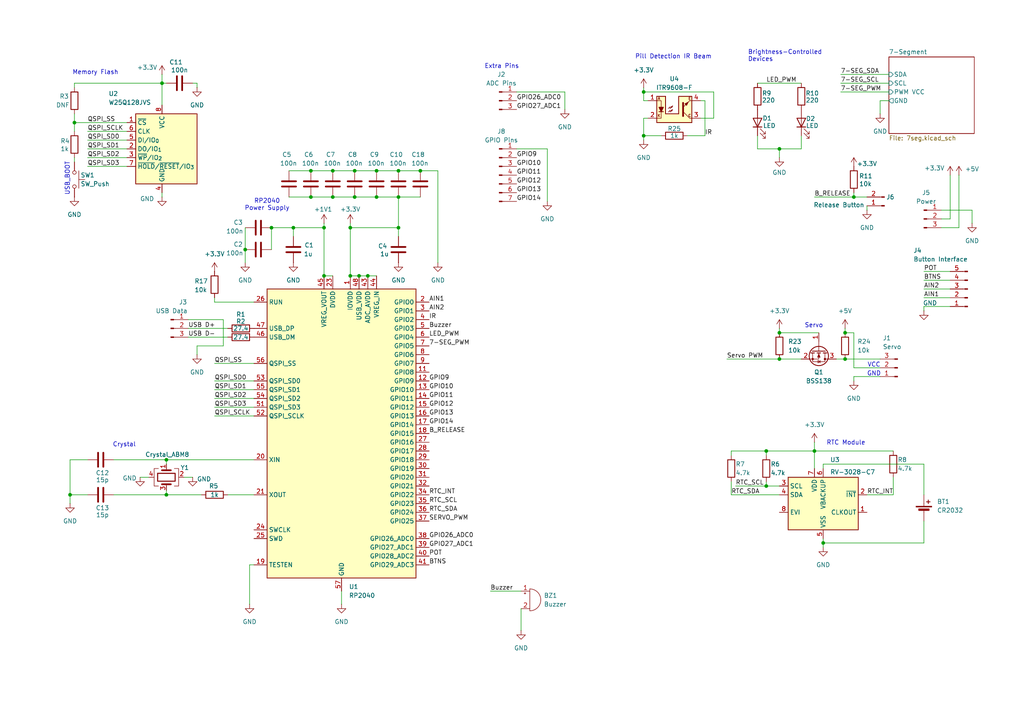
<source format=kicad_sch>
(kicad_sch (version 20250114) (generator "eeschema") (generator_version "9.0")
  (paper "A4")
  (lib_symbols
    (symbol "Connector:Conn_01x02_Pin" (pin_names (offset 1.016) (hide yes))
      (property "Reference" "J" (at 0 2.54 0))
      (property "Value" "Conn_01x02_Pin" (at 0 -5.08 0))
      (symbol "Conn_01x02_Pin_1_1"
        (pin passive line (at 5.08 0 180) (length 3.81) (name "Pin_1") (number "1"))
        (pin passive line (at 5.08 -2.54 180) (length 3.81) (name "Pin_2") (number "2"))
      )
    )
    (symbol "Connector:Conn_01x03_Pin" (pin_names (offset 1.016) (hide yes))
      (property "Reference" "J" (at 0 5.08 0))
      (property "Value" "Conn_01x03_Pin" (at 0 -5.08 0))
      (symbol "Conn_01x03_Pin_1_1"
        (pin passive line (at 5.08 2.54 180) (length 3.81) (name "Pin_1") (number "1"))
        (pin passive line (at 5.08 0 180) (length 3.81) (name "Pin_2") (number "2"))
        (pin passive line (at 5.08 -2.54 180) (length 3.81) (name "Pin_3") (number "3"))
      )
    )
    (symbol "Connector:Conn_01x05_Pin" (pin_names (offset 1.016) (hide yes))
      (property "Reference" "J" (at 0 7.62 0))
      (property "Value" "Conn_01x05_Pin" (at 0 -7.62 0))
      (symbol "Conn_01x05_Pin_1_1"
        (pin passive line (at 5.08 5.08 180) (length 3.81) (name "Pin_1") (number "1"))
        (pin passive line (at 5.08 2.54 180) (length 3.81) (name "Pin_2") (number "2"))
        (pin passive line (at 5.08 0 180) (length 3.81) (name "Pin_3") (number "3"))
        (pin passive line (at 5.08 -2.54 180) (length 3.81) (name "Pin_4") (number "4"))
        (pin passive line (at 5.08 -5.08 180) (length 3.81) (name "Pin_5") (number "5"))
      )
    )
    (symbol "Connector:Conn_01x07_Pin" (pin_names (offset 1.016) (hide yes))
      (property "Reference" "J" (at 0 10.16 0))
      (property "Value" "Conn_01x07_Pin" (at 0 -10.16 0))
      (symbol "Conn_01x07_Pin_1_1"
        (pin passive line (at 5.08 7.62 180) (length 3.81) (name "Pin_1") (number "1"))
        (pin passive line (at 5.08 5.08 180) (length 3.81) (name "Pin_2") (number "2"))
        (pin passive line (at 5.08 2.54 180) (length 3.81) (name "Pin_3") (number "3"))
        (pin passive line (at 5.08 0 180) (length 3.81) (name "Pin_4") (number "4"))
        (pin passive line (at 5.08 -2.54 180) (length 3.81) (name "Pin_5") (number "5"))
        (pin passive line (at 5.08 -5.08 180) (length 3.81) (name "Pin_6") (number "6"))
        (pin passive line (at 5.08 -7.62 180) (length 3.81) (name "Pin_7") (number "7"))
      )
    )
    (symbol "Device:Battery_Cell" (pin_numbers (hide yes)) (pin_names (offset 0) (hide yes))
      (property "Reference" "BT" (at 2.54 2.54 0))
      (property "Value" "Battery_Cell" (at 2.54 0 0))
      (symbol "Battery_Cell_1_1"
        (pin passive line (at 0 5.08 270) (length 2.54) (name "+") (number "1"))
        (pin passive line (at 0 -2.54 90) (length 2.54) (name "-") (number "2"))
      )
    )
    (symbol "Device:Buzzer" (pin_names (offset 0.0254) (hide yes))
      (property "Reference" "BZ" (at 3.81 1.27 0))
      (property "Value" "Buzzer" (at 3.81 -1.27 0))
      (symbol "Buzzer_1_1"
        (pin passive line (at -2.54 2.54 0) (length 2.54) (name "+") (number "1"))
        (pin passive line (at -2.54 -2.54 0) (length 2.54) (name "-") (number "2"))
      )
    )
    (symbol "Device:C" (pin_numbers (hide yes)) (pin_names (offset 0.254))
      (property "Reference" "C" (at 0.635 2.54 0))
      (property "Value" "C" (at 0.635 -2.54 0))
      (symbol "C_1_1"
        (pin passive line (at 0 3.81 270) (length 2.794) (name "~") (number "1"))
        (pin passive line (at 0 -3.81 90) (length 2.794) (name "~") (number "2"))
      )
    )
    (symbol "Device:Crystal_GND24" (pin_names (offset 1.016) (hide yes))
      (property "Reference" "Y" (at 3.175 5.08 0))
      (property "Value" "Crystal_GND24" (at 3.175 3.175 0))
      (symbol "Crystal_GND24_1_1"
        (pin passive line (at -3.81 0 0) (length 1.27) (name "1") (number "1"))
        (pin passive line (at 0 5.08 270) (length 1.27) (name "2") (number "2"))
        (pin passive line (at 0 -5.08 90) (length 1.27) (name "4") (number "4"))
        (pin passive line (at 3.81 0 180) (length 1.27) (name "3") (number "3"))
      )
    )
    (symbol "Device:LED" (pin_numbers (hide yes)) (pin_names (offset 1.016) (hide yes))
      (property "Reference" "D" (at 0 2.54 0))
      (property "Value" "LED" (at 0 -2.54 0))
      (symbol "LED_1_1"
        (pin passive line (at -3.81 0 0) (length 2.54) (name "K") (number "1"))
        (pin passive line (at 3.81 0 180) (length 2.54) (name "A") (number "2"))
      )
    )
    (symbol "Device:R" (pin_numbers (hide yes)) (pin_names (offset 0))
      (property "Reference" "R" (at 2.032 0 90))
      (property "Value" "R" (at 0 0 90))
      (symbol "R_1_1"
        (pin passive line (at 0 3.81 270) (length 1.27) (name "~") (number "1"))
        (pin passive line (at 0 -3.81 90) (length 1.27) (name "~") (number "2"))
      )
    )
    (symbol "MCU_RaspberryPi:RP2040"
      (property "Reference" "U" (at 17.78 45.72 0))
      (property "Value" "RP2040" (at 17.78 43.18 0))
      (symbol "RP2040_1_1"
        (pin input line (at -25.4 38.1 0) (length 3.81) (name "RUN") (number "26"))
        (pin bidirectional line (at -25.4 30.48 0) (length 3.81) (name "USB_DP") (number "47"))
        (pin bidirectional line (at -25.4 27.94 0) (length 3.81) (name "USB_DM") (number "46"))
        (pin bidirectional line (at -25.4 20.32 0) (length 3.81) (name "QSPI_SS") (number "56"))
        (pin bidirectional line (at -25.4 15.24 0) (length 3.81) (name "QSPI_SD0") (number "53"))
        (pin bidirectional line (at -25.4 12.7 0) (length 3.81) (name "QSPI_SD1") (number "55"))
        (pin bidirectional line (at -25.4 10.16 0) (length 3.81) (name "QSPI_SD2") (number "54"))
        (pin bidirectional line (at -25.4 7.62 0) (length 3.81) (name "QSPI_SD3") (number "51"))
        (pin output line (at -25.4 5.08 0) (length 3.81) (name "QSPI_SCLK") (number "52"))
        (pin input line (at -25.4 -7.62 0) (length 3.81) (name "XIN") (number "20"))
        (pin passive line (at -25.4 -17.78 0) (length 3.81) (name "XOUT") (number "21"))
        (pin input line (at -25.4 -27.94 0) (length 3.81) (name "SWCLK") (number "24"))
        (pin bidirectional line (at -25.4 -30.48 0) (length 3.81) (name "SWD") (number "25"))
        (pin input line (at -25.4 -38.1 0) (length 3.81) (name "TESTEN") (number "19"))
        (pin power_out line (at -5.08 45.72 270) (length 3.81) (name "VREG_VOUT") (number "45"))
        (pin power_in line (at -2.54 45.72 270) (length 3.81) (name "DVDD") (number "23"))
        (pin passive line (at -2.54 45.72 270) (length 3.81) (hide yes) (name "DVDD") (number "50"))
        (pin power_in line (at 0 -45.72 90) (length 3.81) (name "GND") (number "57"))
        (pin power_in line (at 2.54 45.72 270) (length 3.81) (name "IOVDD") (number "1"))
        (pin passive line (at 2.54 45.72 270) (length 3.81) (hide yes) (name "IOVDD") (number "10"))
        (pin passive line (at 2.54 45.72 270) (length 3.81) (hide yes) (name "IOVDD") (number "22"))
        (pin passive line (at 2.54 45.72 270) (length 3.81) (hide yes) (name "IOVDD") (number "33"))
        (pin passive line (at 2.54 45.72 270) (length 3.81) (hide yes) (name "IOVDD") (number "42"))
        (pin passive line (at 2.54 45.72 270) (length 3.81) (hide yes) (name "IOVDD") (number "49"))
        (pin power_in line (at 5.08 45.72 270) (length 3.81) (name "USB_VDD") (number "48"))
        (pin power_in line (at 7.62 45.72 270) (length 3.81) (name "ADC_AVDD") (number "43"))
        (pin power_in line (at 10.16 45.72 270) (length 3.81) (name "VREG_IN") (number "44"))
        (pin bidirectional line (at 25.4 38.1 180) (length 3.81) (name "GPIO0") (number "2"))
        (pin bidirectional line (at 25.4 35.56 180) (length 3.81) (name "GPIO1") (number "3"))
        (pin bidirectional line (at 25.4 33.02 180) (length 3.81) (name "GPIO2") (number "4"))
        (pin bidirectional line (at 25.4 30.48 180) (length 3.81) (name "GPIO3") (number "5"))
        (pin bidirectional line (at 25.4 27.94 180) (length 3.81) (name "GPIO4") (number "6"))
        (pin bidirectional line (at 25.4 25.4 180) (length 3.81) (name "GPIO5") (number "7"))
        (pin bidirectional line (at 25.4 22.86 180) (length 3.81) (name "GPIO6") (number "8"))
        (pin bidirectional line (at 25.4 20.32 180) (length 3.81) (name "GPIO7") (number "9"))
        (pin bidirectional line (at 25.4 17.78 180) (length 3.81) (name "GPIO8") (number "11"))
        (pin bidirectional line (at 25.4 15.24 180) (length 3.81) (name "GPIO9") (number "12"))
        (pin bidirectional line (at 25.4 12.7 180) (length 3.81) (name "GPIO10") (number "13"))
        (pin bidirectional line (at 25.4 10.16 180) (length 3.81) (name "GPIO11") (number "14"))
        (pin bidirectional line (at 25.4 7.62 180) (length 3.81) (name "GPIO12") (number "15"))
        (pin bidirectional line (at 25.4 5.08 180) (length 3.81) (name "GPIO13") (number "16"))
        (pin bidirectional line (at 25.4 2.54 180) (length 3.81) (name "GPIO14") (number "17"))
        (pin bidirectional line (at 25.4 0 180) (length 3.81) (name "GPIO15") (number "18"))
        (pin bidirectional line (at 25.4 -2.54 180) (length 3.81) (name "GPIO16") (number "27"))
        (pin bidirectional line (at 25.4 -5.08 180) (length 3.81) (name "GPIO17") (number "28"))
        (pin bidirectional line (at 25.4 -7.62 180) (length 3.81) (name "GPIO18") (number "29"))
        (pin bidirectional line (at 25.4 -10.16 180) (length 3.81) (name "GPIO19") (number "30"))
        (pin bidirectional line (at 25.4 -12.7 180) (length 3.81) (name "GPIO20") (number "31"))
        (pin bidirectional line (at 25.4 -15.24 180) (length 3.81) (name "GPIO21") (number "32"))
        (pin bidirectional line (at 25.4 -17.78 180) (length 3.81) (name "GPIO22") (number "34"))
        (pin bidirectional line (at 25.4 -20.32 180) (length 3.81) (name "GPIO23") (number "35"))
        (pin bidirectional line (at 25.4 -22.86 180) (length 3.81) (name "GPIO24") (number "36"))
        (pin bidirectional line (at 25.4 -25.4 180) (length 3.81) (name "GPIO25") (number "37"))
        (pin bidirectional line (at 25.4 -30.48 180) (length 3.81) (name "GPIO26_ADC0") (number "38"))
        (pin bidirectional line (at 25.4 -33.02 180) (length 3.81) (name "GPIO27_ADC1") (number "39"))
        (pin bidirectional line (at 25.4 -35.56 180) (length 3.81) (name "GPIO28_ADC2") (number "40"))
        (pin bidirectional line (at 25.4 -38.1 180) (length 3.81) (name "GPIO29_ADC3") (number "41"))
      )
    )
    (symbol "Memory_Flash:W25Q128JVS"
      (property "Reference" "U" (at -6.35 11.43 0))
      (property "Value" "W25Q128JVS" (at 7.62 11.43 0))
      (symbol "W25Q128JVS_1_1"
        (pin input line (at -10.16 7.62 0) (length 2.54) (name "~{CS}") (number "1"))
        (pin input line (at -10.16 5.08 0) (length 2.54) (name "CLK") (number "6"))
        (pin bidirectional line (at -10.16 2.54 0) (length 2.54) (name "DI/IO_{0}") (number "5"))
        (pin bidirectional line (at -10.16 0 0) (length 2.54) (name "DO/IO_{1}") (number "2"))
        (pin bidirectional line (at -10.16 -2.54 0) (length 2.54) (name "~{WP}/IO_{2}") (number "3"))
        (pin bidirectional line (at -10.16 -5.08 0) (length 2.54) (name "~{HOLD}/~{RESET}/IO_{3}") (number "7"))
        (pin power_in line (at 0 12.7 270) (length 2.54) (name "VCC") (number "8"))
        (pin power_in line (at 0 -12.7 90) (length 2.54) (name "GND") (number "4"))
      )
    )
    (symbol "Sensor_Proximity:ITR9608-F"
      (property "Reference" "U" (at -5.08 5.08 0))
      (property "Value" "ITR9608-F" (at 0 -5.08 0))
      (symbol "ITR9608-F_0_0"
        (text "A" (at -4.445 3.175 0) (effects (font (size 0.762 0.762))))
        (text "K" (at -4.445 -1.778 0) (effects (font (size 0.762 0.762))))
        (text "E" (at 4.445 3.175 0) (effects (font (size 0.762 0.762))))
        (text "C" (at 4.445 -1.778 0) (effects (font (size 0.762 0.762))))
      )
      (symbol "ITR9608-F_1_1"
        (pin passive line (at -7.62 2.54 0) (length 2.54) (name "~") (number "1"))
        (pin passive line (at -7.62 -2.54 0) (length 2.54) (name "~") (number "2"))
        (pin open_emitter line (at 7.62 2.54 180) (length 2.54) (name "~") (number "4"))
        (pin open_collector line (at 7.62 -2.54 180) (length 2.54) (name "~") (number "3"))
      )
    )
    (symbol "Switch:SW_Push" (pin_numbers (hide yes)) (pin_names (offset 1.016) (hide yes))
      (property "Reference" "SW" (at 1.27 2.54 0))
      (property "Value" "SW_Push" (at 0 -1.524 0))
      (symbol "SW_Push_0_1"
        (pin passive line (at -5.08 0 0) (length 2.54) (name "1") (number "1"))
        (pin passive line (at 5.08 0 180) (length 2.54) (name "2") (number "2"))
      )
    )
    (symbol "Timer_RTC:RV-3028-C7"
      (property "Reference" "U" (at -8.89 8.89 0))
      (property "Value" "RV-3028-C7" (at 7.62 8.89 0))
      (symbol "RV-3028-C7_1_1"
        (pin input line (at -12.7 5.08 0) (length 2.54) (name "SCL") (number "3"))
        (pin bidirectional line (at -12.7 2.54 0) (length 2.54) (name "SDA") (number "4"))
        (pin input line (at -12.7 -2.54 0) (length 2.54) (name "EVI") (number "8"))
        (pin power_in line (at -2.54 10.16 270) (length 2.54) (name "VDD") (number "7"))
        (pin power_in line (at 0 10.16 270) (length 2.54) (name "VBACKUP") (number "6"))
        (pin power_in line (at 0 -10.16 90) (length 2.54) (name "VSS") (number "5"))
        (pin open_collector line (at 12.7 2.54 180) (length 2.54) (name "~{INT}") (number "2"))
        (pin output line (at 12.7 -2.54 180) (length 2.54) (name "CLKOUT") (number "1"))
      )
    )
    (symbol "Transistor_FET:BSS138" (pin_names (offset 0) (hide yes))
      (property "Reference" "Q" (at 5.08 1.905 0))
      (property "Value" "BSS138" (at 5.08 0 0))
      (symbol "BSS138_1_1"
        (pin input line (at -5.08 0 0) (length 2.54) (name "G") (number "1"))
        (pin passive line (at 2.54 5.08 270) (length 2.54) (name "D") (number "3"))
        (pin passive line (at 2.54 -5.08 90) (length 2.54) (name "S") (number "2"))
      )
    )
    (symbol "power:+1V1" (power) (pin_numbers (hide yes)) (pin_names (offset 0) (hide yes))
      (property "Value" "+1V1" (at 0 3.556 0))
      (symbol "+1V1_1_1"
        (pin power_in line (at 0 0 90) (length 0) (name "~") (number "1"))
      )
    )
    (symbol "power:+3.3V" (power) (pin_numbers (hide yes)) (pin_names (offset 0) (hide yes))
      (property "Value" "+3.3V" (at 0 3.556 0))
      (symbol "+3.3V_1_1"
        (pin power_in line (at 0 0 90) (length 0) (name "~") (number "1"))
      )
    )
    (symbol "power:+5V" (power) (pin_numbers (hide yes)) (pin_names (offset 0) (hide yes))
      (property "Value" "+5V" (at 0 3.556 0))
      (symbol "+5V_1_1"
        (pin power_in line (at 0 0 90) (length 0) (name "~") (number "1"))
      )
    )
    (symbol "power:GND" (power) (pin_numbers (hide yes)) (pin_names (offset 0) (hide yes))
      (property "Value" "GND" (at 0 -3.81 0))
      (symbol "GND_1_1"
        (pin power_in line (at 0 0 270) (length 0) (name "~") (number "1"))
      )
    )
  )
  (text "Crystal" (at 36.068 129.032 0) (effects (font (size 1.27 1.27))))
  (text "Memory Flash" (at 27.686 21.082 0) (effects (font (size 1.27 1.27))))
  (text "VCC\n" (at 253.492 105.918 0) (effects (font (size 1.27 1.27))))
  (text "GND" (at 253.492 108.458 0) (effects (font (size 1.27 1.27))))
  (text "Servo" (at 238.76 94.488 0) (effects (font (size 1.27 1.27)) (justify right)))
  (text "Pill Detection IR Beam\n" (at 195.326 16.51 0) (effects (font (size 1.27 1.27))))
  (text "Extra Pins" (at 145.542 19.304 0) (effects (font (size 1.27 1.27))))
  (text "RTC Module" (at 245.364 128.524 0) (effects (font (size 1.27 1.27))))
  (text "RP2040\nPower Supply" (at 77.47 59.436 0) (effects (font (size 1.27 1.27))))
  (text "Brightness-Controlled\nDevices" (at 216.916 16.256 0) (effects (font (size 1.27 1.27)) (justify left)))
  (text "USB_BOOT" (at 19.558 51.816 90) (effects (font (size 1.27 1.27))))
  (junction (at 96.52 49.53))
  (junction (at 102.87 49.53))
  (junction (at 238.76 157.48))
  (junction (at 226.06 104.14))
  (junction (at 90.17 49.53))
  (junction (at 48.26 143.51))
  (junction (at 20.32 143.51))
  (junction (at 186.69 26.67))
  (junction (at 115.57 57.15))
  (junction (at 106.68 80.01))
  (junction (at 247.65 57.15))
  (junction (at 226.06 43.18))
  (junction (at 226.06 96.52))
  (junction (at 71.12 72.39))
  (junction (at 115.57 66.04))
  (junction (at 115.57 49.53))
  (junction (at 222.25 140.97))
  (junction (at 186.69 39.37))
  (junction (at 109.22 49.53))
  (junction (at 222.25 130.81))
  (junction (at 90.17 57.15))
  (junction (at 46.99 24.13))
  (junction (at 93.98 66.04))
  (junction (at 104.14 80.01))
  (junction (at 96.52 57.15))
  (junction (at 102.87 57.15))
  (junction (at 85.09 66.04))
  (junction (at 93.98 80.01))
  (junction (at 236.22 130.81))
  (junction (at 78.74 66.04))
  (junction (at 109.22 57.15))
  (junction (at 245.11 96.52))
  (junction (at 245.11 104.14))
  (junction (at 101.6 66.04))
  (junction (at 101.6 80.01))
  (junction (at 21.59 35.56))
  (junction (at 121.92 49.53))
  (junction (at 48.26 133.35))
  (wire (pts (xy 186.69 29.21) (xy 187.96 29.21)))
  (wire (pts (xy 53.34 138.43) (xy 55.88 138.43)))
  (wire (pts (xy 186.69 39.37) (xy 186.69 34.29)))
  (wire (pts (xy 267.97 151.13) (xy 267.97 157.48)))
  (wire (pts (xy 238.76 134.62) (xy 267.97 134.62)))
  (wire (pts (xy 102.87 57.15) (xy 109.22 57.15)))
  (wire (pts (xy 278.13 50.8) (xy 278.13 66.04)))
  (wire (pts (xy 102.87 49.53) (xy 109.22 49.53)))
  (wire (pts (xy 25.4 38.1) (xy 36.83 38.1)))
  (wire (pts (xy 96.52 49.53) (xy 102.87 49.53)))
  (wire (pts (xy 212.09 139.7) (xy 212.09 143.51)))
  (wire (pts (xy 236.22 128.27) (xy 236.22 130.81)))
  (wire (pts (xy 104.14 80.01) (xy 106.68 80.01)))
  (wire (pts (xy 238.76 157.48) (xy 238.76 156.21)))
  (wire (pts (xy 21.59 46.99) (xy 21.59 45.72)))
  (wire (pts (xy 101.6 66.04) (xy 101.6 80.01)))
  (wire (pts (xy 163.83 26.67) (xy 163.83 31.75)))
  (wire (pts (xy 54.61 95.25) (xy 66.04 95.25)))
  (wire (pts (xy 245.11 95.25) (xy 245.11 96.52)))
  (wire (pts (xy 243.84 26.67) (xy 257.81 26.67)))
  (wire (pts (xy 158.75 43.18) (xy 149.86 43.18)))
  (wire (pts (xy 255.27 106.68) (xy 247.65 106.68)))
  (wire (pts (xy 219.71 24.13) (xy 232.41 24.13)))
  (wire (pts (xy 259.08 143.51) (xy 259.08 138.43)))
  (wire (pts (xy 62.23 86.36) (xy 62.23 87.63)))
  (wire (pts (xy 48.26 143.51) (xy 48.26 142.24)))
  (wire (pts (xy 236.22 57.15) (xy 247.65 57.15)))
  (wire (pts (xy 93.98 66.04) (xy 93.98 80.01)))
  (wire (pts (xy 25.4 48.26) (xy 36.83 48.26)))
  (wire (pts (xy 232.41 39.37) (xy 232.41 43.18)))
  (wire (pts (xy 236.22 130.81) (xy 259.08 130.81)))
  (wire (pts (xy 267.97 81.28) (xy 275.59 81.28)))
  (wire (pts (xy 85.09 66.04) (xy 85.09 68.58)))
  (wire (pts (xy 247.65 109.22) (xy 247.65 110.49)))
  (wire (pts (xy 243.84 21.59) (xy 257.81 21.59)))
  (wire (pts (xy 238.76 135.89) (xy 238.76 134.62)))
  (wire (pts (xy 204.47 29.21) (xy 204.47 39.37)))
  (wire (pts (xy 64.77 92.71) (xy 64.77 100.33)))
  (wire (pts (xy 247.65 109.22) (xy 255.27 109.22)))
  (wire (pts (xy 66.04 143.51) (xy 73.66 143.51)))
  (wire (pts (xy 55.88 24.13) (xy 57.15 24.13)))
  (wire (pts (xy 101.6 64.77) (xy 101.6 66.04)))
  (wire (pts (xy 267.97 88.9) (xy 267.97 90.17)))
  (wire (pts (xy 267.97 134.62) (xy 267.97 143.51)))
  (wire (pts (xy 46.99 24.13) (xy 46.99 30.48)))
  (wire (pts (xy 25.4 43.18) (xy 36.83 43.18)))
  (wire (pts (xy 142.24 171.45) (xy 151.13 171.45)))
  (wire (pts (xy 62.23 115.57) (xy 73.66 115.57)))
  (wire (pts (xy 46.99 24.13) (xy 48.26 24.13)))
  (wire (pts (xy 213.36 140.97) (xy 222.25 140.97)))
  (wire (pts (xy 212.09 132.08) (xy 212.09 130.81)))
  (wire (pts (xy 21.59 33.02) (xy 21.59 35.56)))
  (wire (pts (xy 281.94 64.77) (xy 281.94 60.96)))
  (wire (pts (xy 210.82 104.14) (xy 226.06 104.14)))
  (wire (pts (xy 151.13 176.53) (xy 151.13 182.88)))
  (wire (pts (xy 245.11 104.14) (xy 255.27 104.14)))
  (wire (pts (xy 72.39 175.26) (xy 72.39 163.83)))
  (wire (pts (xy 72.39 163.83) (xy 73.66 163.83)))
  (wire (pts (xy 226.06 104.14) (xy 232.41 104.14)))
  (wire (pts (xy 48.26 143.51) (xy 58.42 143.51)))
  (wire (pts (xy 62.23 118.11) (xy 73.66 118.11)))
  (wire (pts (xy 83.82 49.53) (xy 90.17 49.53)))
  (wire (pts (xy 85.09 66.04) (xy 93.98 66.04)))
  (wire (pts (xy 96.52 57.15) (xy 102.87 57.15)))
  (wire (pts (xy 158.75 58.42) (xy 158.75 43.18)))
  (wire (pts (xy 212.09 143.51) (xy 226.06 143.51)))
  (wire (pts (xy 222.25 130.81) (xy 236.22 130.81)))
  (wire (pts (xy 46.99 57.15) (xy 46.99 55.88)))
  (wire (pts (xy 222.25 140.97) (xy 226.06 140.97)))
  (wire (pts (xy 127 49.53) (xy 121.92 49.53)))
  (wire (pts (xy 25.4 45.72) (xy 36.83 45.72)))
  (wire (pts (xy 90.17 57.15) (xy 96.52 57.15)))
  (wire (pts (xy 238.76 158.75) (xy 238.76 157.48)))
  (wire (pts (xy 226.06 45.72) (xy 226.06 43.18)))
  (wire (pts (xy 62.23 110.49) (xy 73.66 110.49)))
  (wire (pts (xy 186.69 40.64) (xy 186.69 39.37)))
  (wire (pts (xy 222.25 132.08) (xy 222.25 130.81)))
  (wire (pts (xy 99.06 175.26) (xy 99.06 171.45)))
  (wire (pts (xy 101.6 80.01) (xy 104.14 80.01)))
  (wire (pts (xy 90.17 49.53) (xy 96.52 49.53)))
  (wire (pts (xy 109.22 57.15) (xy 115.57 57.15)))
  (wire (pts (xy 186.69 26.67) (xy 186.69 29.21)))
  (wire (pts (xy 267.97 83.82) (xy 275.59 83.82)))
  (wire (pts (xy 21.59 25.4) (xy 21.59 24.13)))
  (wire (pts (xy 207.01 34.29) (xy 207.01 26.67)))
  (wire (pts (xy 21.59 24.13) (xy 46.99 24.13)))
  (wire (pts (xy 247.65 55.88) (xy 247.65 57.15)))
  (wire (pts (xy 278.13 66.04) (xy 273.05 66.04)))
  (wire (pts (xy 83.82 57.15) (xy 90.17 57.15)))
  (wire (pts (xy 93.98 80.01) (xy 96.52 80.01)))
  (wire (pts (xy 20.32 133.35) (xy 25.4 133.35)))
  (wire (pts (xy 106.68 80.01) (xy 109.22 80.01)))
  (wire (pts (xy 222.25 139.7) (xy 222.25 140.97)))
  (wire (pts (xy 247.65 96.52) (xy 245.11 96.52)))
  (wire (pts (xy 21.59 35.56) (xy 36.83 35.56)))
  (wire (pts (xy 78.74 66.04) (xy 78.74 72.39)))
  (wire (pts (xy 115.57 57.15) (xy 115.57 66.04)))
  (wire (pts (xy 251.46 59.69) (xy 251.46 60.96)))
  (wire (pts (xy 93.98 64.77) (xy 93.98 66.04)))
  (wire (pts (xy 62.23 120.65) (xy 73.66 120.65)))
  (wire (pts (xy 20.32 143.51) (xy 25.4 143.51)))
  (wire (pts (xy 219.71 43.18) (xy 226.06 43.18)))
  (wire (pts (xy 163.83 26.67) (xy 149.86 26.67)))
  (wire (pts (xy 46.99 21.59) (xy 46.99 24.13)))
  (wire (pts (xy 226.06 96.52) (xy 237.49 96.52)))
  (wire (pts (xy 40.64 138.43) (xy 43.18 138.43)))
  (wire (pts (xy 101.6 66.04) (xy 115.57 66.04)))
  (wire (pts (xy 267.97 157.48) (xy 238.76 157.48)))
  (wire (pts (xy 54.61 97.79) (xy 66.04 97.79)))
  (wire (pts (xy 33.02 143.51) (xy 48.26 143.51)))
  (wire (pts (xy 57.15 102.87) (xy 57.15 100.33)))
  (wire (pts (xy 275.59 88.9) (xy 267.97 88.9)))
  (wire (pts (xy 281.94 60.96) (xy 273.05 60.96)))
  (wire (pts (xy 48.26 133.35) (xy 73.66 133.35)))
  (wire (pts (xy 33.02 133.35) (xy 48.26 133.35)))
  (wire (pts (xy 127 49.53) (xy 127 76.2)))
  (wire (pts (xy 219.71 39.37) (xy 219.71 43.18)))
  (wire (pts (xy 62.23 113.03) (xy 73.66 113.03)))
  (wire (pts (xy 186.69 39.37) (xy 191.77 39.37)))
  (wire (pts (xy 275.59 63.5) (xy 273.05 63.5)))
  (wire (pts (xy 247.65 57.15) (xy 251.46 57.15)))
  (wire (pts (xy 251.46 143.51) (xy 259.08 143.51)))
  (wire (pts (xy 109.22 49.53) (xy 115.57 49.53)))
  (wire (pts (xy 54.61 92.71) (xy 64.77 92.71)))
  (wire (pts (xy 243.84 24.13) (xy 257.81 24.13)))
  (wire (pts (xy 186.69 34.29) (xy 187.96 34.29)))
  (wire (pts (xy 20.32 146.05) (xy 20.32 143.51)))
  (wire (pts (xy 115.57 66.04) (xy 115.57 68.58)))
  (wire (pts (xy 115.57 57.15) (xy 121.92 57.15)))
  (wire (pts (xy 207.01 26.67) (xy 186.69 26.67)))
  (wire (pts (xy 267.97 78.74) (xy 275.59 78.74)))
  (wire (pts (xy 226.06 96.52) (xy 226.06 95.25)))
  (wire (pts (xy 203.2 34.29) (xy 207.01 34.29)))
  (wire (pts (xy 71.12 72.39) (xy 71.12 76.2)))
  (wire (pts (xy 78.74 66.04) (xy 85.09 66.04)))
  (wire (pts (xy 199.39 39.37) (xy 204.47 39.37)))
  (wire (pts (xy 203.2 29.21) (xy 204.47 29.21)))
  (wire (pts (xy 57.15 24.13) (xy 57.15 25.4)))
  (wire (pts (xy 255.27 33.02) (xy 255.27 29.21)))
  (wire (pts (xy 62.23 105.41) (xy 73.66 105.41)))
  (wire (pts (xy 226.06 43.18) (xy 232.41 43.18)))
  (wire (pts (xy 212.09 130.81) (xy 222.25 130.81)))
  (wire (pts (xy 275.59 50.8) (xy 275.59 63.5)))
  (wire (pts (xy 121.92 49.53) (xy 115.57 49.53)))
  (wire (pts (xy 247.65 106.68) (xy 247.65 96.52)))
  (wire (pts (xy 267.97 86.36) (xy 275.59 86.36)))
  (wire (pts (xy 186.69 25.4) (xy 186.69 26.67)))
  (wire (pts (xy 25.4 40.64) (xy 36.83 40.64)))
  (wire (pts (xy 71.12 66.04) (xy 71.12 72.39)))
  (wire (pts (xy 48.26 134.62) (xy 48.26 133.35)))
  (wire (pts (xy 21.59 38.1) (xy 21.59 35.56)))
  (wire (pts (xy 62.23 87.63) (xy 73.66 87.63)))
  (wire (pts (xy 64.77 100.33) (xy 57.15 100.33)))
  (wire (pts (xy 236.22 130.81) (xy 236.22 135.89)))
  (wire (pts (xy 242.57 104.14) (xy 245.11 104.14)))
  (wire (pts (xy 255.27 29.21) (xy 257.81 29.21)))
  (wire (pts (xy 20.32 133.35) (xy 20.32 143.51)))
  (label "QSPI_SS" (at 62.23 105.41 0))
  (label "QSPI_SD1" (at 62.23 113.03 0))
  (label "QSPI_SD2" (at 62.23 115.57 0))
  (label "GPIO10" (at 149.86 48.26 0))
  (label "QSPI_SD0" (at 62.23 110.49 0))
  (label "7-SEG_SDA" (at 243.84 21.59 0))
  (label "POT" (at 124.46 161.29 0))
  (label "RTC_SCL" (at 124.46 146.05 0))
  (label "Servo PWM" (at 210.82 104.14 0))
  (label "RTC_INT" (at 259.08 143.51 180))
  (label "7-SEG_PWM" (at 243.84 26.67 0))
  (label "B_RELEASE" (at 236.22 57.15 0))
  (label "7-SEG_SCL" (at 243.84 24.13 0))
  (label "QSPI_SD3" (at 25.4 48.26 0))
  (label "GPIO13" (at 124.46 120.65 0))
  (label "AIN1" (at 267.97 86.36 0))
  (label "USB D-" (at 54.61 97.79 0))
  (label "BTNS" (at 267.97 81.28 0))
  (label "IR" (at 204.47 39.37 0))
  (label "GPIO14" (at 124.46 123.19 0))
  (label "QSPI_SD1" (at 25.4 43.18 0))
  (label "QSPI_SD0" (at 25.4 40.64 0))
  (label "AIN1" (at 124.46 87.63 0))
  (label "GPIO14" (at 149.86 58.42 0))
  (label "SERVO_PWM" (at 124.46 151.13 0))
  (label "GPIO27_ADC1" (at 124.46 158.75 0))
  (label "QSPI_SD2" (at 25.4 45.72 0))
  (label "QSPI_SCLK" (at 62.23 120.65 0))
  (label "POT" (at 267.97 78.74 0))
  (label "LED_PWM" (at 124.46 97.79 0))
  (label "AIN2" (at 267.97 83.82 0))
  (label "GPIO27_ADC1" (at 149.86 31.75 0))
  (label "RTC_SCL" (at 213.36 140.97 0))
  (label "GPIO12" (at 149.86 53.34 0))
  (label "GPIO13" (at 149.86 55.88 0))
  (label "USB D+" (at 54.61 95.25 0))
  (label "Buzzer" (at 142.24 171.45 0))
  (label "RTC_SDA" (at 212.09 143.51 0))
  (label "GPIO9" (at 149.86 45.72 0))
  (label "BTNS" (at 124.46 163.83 0))
  (label "GPIO12" (at 124.46 118.11 0))
  (label "GPIO11" (at 124.46 115.57 0))
  (label "Buzzer" (at 124.46 95.25 0))
  (label "B_RELEASE" (at 124.46 125.73 0))
  (label "GPIO26_ADC0" (at 149.86 29.21 0))
  (label "GPIO26_ADC0" (at 124.46 156.21 0))
  (label "IR" (at 124.46 92.71 0))
  (label "QSPI_SS" (at 25.4 35.56 0))
  (label "RTC_SDA" (at 124.46 148.59 0))
  (label "GPIO11" (at 149.86 50.8 0))
  (label "7-SEG_PWM" (at 124.46 100.33 0))
  (label "QSPI_SD3" (at 62.23 118.11 0))
  (label "AIN2" (at 124.46 90.17 0))
  (label "LED_PWM" (at 222.25 24.13 0))
  (label "GPIO10" (at 124.46 113.03 0))
  (label "QSPI_SCLK" (at 25.4 38.1 0))
  (label "GPIO9" (at 124.46 110.49 0))
  (label "RTC_INT" (at 124.46 143.51 0))
  (symbol (lib_id "Device:C") (at 115.57 72.39 180) (unit 1)
    (property "Reference" "C4" (at 110.998 71.374 0))
    (property "Value" "1u" (at 111.506 73.66 0))
    (property "Footprint" "Capacitor_SMD:C_0402_1005Metric" (effects (hide yes)))
    (property "Description" "Unpolarized capacitor" (effects (hide yes)))
  )
  (symbol (lib_id "Connector:Conn_01x03_Pin") (at 49.53 95.25 0) (unit 1)
    (property "Reference" "J3" (at 53.086 87.63 0))
    (property "Value" "USB Data" (at 49.784 90.17 0))
    (property "Footprint" "Connector_JST:JST_EH_B3B-EH-A_1x03_P2.50mm_Vertical" (effects (hide yes)))
    (property "Description" "Generic connector, single row, 01x03, script generated" (effects (hide yes)))
  )
  (symbol (lib_id "Timer_RTC:RV-3028-C7") (at 238.76 146.05 0) (unit 1)
    (property "Reference" "U3" (at 240.792 133.35 0) (effects (justify left)))
    (property "Value" "RV-3028-C7" (at 240.792 136.906 0) (effects (justify left)))
    (property "Footprint" "Package_SON:MicroCrystal_C7_SON-8_1.5x3.2mm_P0.9mm" (effects (hide yes)))
    (property "Datasheet" "https://www.microcrystal.com/fileadmin/Media/Products/RTC/Datasheet/RV-3028-C7.pdf" (effects (hide yes)))
    (property "Description" "Realtime Clock/Calendar I2C Interface, Extreme Low Power, 1.1 V to 5.5 V, MicroCrystal C7" (effects (hide yes)))
  )
  (symbol (lib_id "power:GND") (at 57.15 102.87 0) (unit 1)
    (property "Reference" "#PWR04" (effects (hide yes)))
    (property "Value" "GND" (at 57.15 107.95 0))
    (property "Description" "Power symbol creates a global label with name \"GND\" , ground" (effects (hide yes)))
  )
  (symbol (lib_id "Device:C") (at 74.93 66.04 90) (unit 1)
    (property "Reference" "C3" (at 69.088 64.516 90))
    (property "Value" "100n" (at 68.072 67.056 90))
    (property "Footprint" "Capacitor_SMD:C_0402_1005Metric" (effects (hide yes)))
    (property "Description" "Unpolarized capacitor" (effects (hide yes)))
  )
  (symbol (lib_id "power:+3.3V") (at 186.69 25.4 0) (unit 1)
    (property "Reference" "#PWR022" (effects (hide yes)))
    (property "Value" "+3.3V" (at 186.69 20.32 0))
    (property "Description" "Power symbol creates a global label with name \"+3.3V\"" (effects (hide yes)))
  )
  (symbol (lib_id "power:GND") (at 226.06 45.72 0) (unit 1)
    (property "Reference" "#PWR02" (effects (hide yes)))
    (property "Value" "GND" (at 226.06 50.038 0))
    (property "Description" "Power symbol creates a global label with name \"GND\" , ground" (effects (hide yes)))
  )
  (symbol (lib_id "Device:C") (at 96.52 53.34 180) (unit 1)
    (property "Reference" "C7" (at 95.885 44.831 0))
    (property "Value" "100n" (at 96.393 47.371 0))
    (property "Footprint" "Capacitor_SMD:C_0402_1005Metric" (effects (hide yes)))
    (property "Description" "Unpolarized capacitor" (effects (hide yes)))
  )
  (symbol (lib_id "Connector:Conn_01x03_Pin") (at 260.35 106.68 180) (unit 1)
    (property "Reference" "J1" (at 256.032 98.044 0) (effects (justify right)))
    (property "Value" "Servo" (at 256.032 100.584 0) (effects (justify right)))
    (property "Footprint" "Connector_PinHeader_2.54mm:PinHeader_1x03_P2.54mm_Vertical" (effects (hide yes)))
    (property "Description" "Generic connector, single row, 01x03, script generated" (effects (hide yes)))
  )
  (symbol (lib_id "power:+3.3V") (at 101.6 64.77 0) (unit 1)
    (property "Reference" "#PWR028" (effects (hide yes)))
    (property "Value" "+3.3V" (at 101.6 60.706 0))
    (property "Description" "Power symbol creates a global label with name \"+3.3V\"" (effects (hide yes)))
  )
  (symbol (lib_id "power:GND") (at 57.15 25.4 0) (unit 1)
    (property "Reference" "#PWR040" (effects (hide yes)))
    (property "Value" "GND" (at 57.15 30.48 0))
    (property "Description" "Power symbol creates a global label with name \"GND\" , ground" (effects (hide yes)))
  )
  (symbol (lib_id "Device:C") (at 29.21 143.51 90) (unit 1)
    (property "Reference" "C13" (at 29.718 147.32 90))
    (property "Value" "15p" (at 29.718 149.352 90))
    (property "Footprint" "Capacitor_SMD:C_0402_1005Metric" (effects (hide yes)))
    (property "Description" "Unpolarized capacitor" (effects (hide yes)))
  )
  (symbol (lib_id "power:GND") (at 55.88 138.43 0) (unit 1)
    (property "Reference" "#PWR042" (effects (hide yes)))
    (property "Value" "GND" (at 59.182 138.938 0))
    (property "Description" "Power symbol creates a global label with name \"GND\" , ground" (effects (hide yes)))
  )
  (symbol (lib_id "Device:R") (at 69.85 95.25 270) (unit 1)
    (property "Reference" "R1" (at 69.85 91.186 90))
    (property "Value" "27.4" (at 69.85 95.25 90))
    (property "Footprint" "Resistor_SMD:R_0402_1005Metric" (effects (hide yes)))
    (property "Description" "Resistor" (effects (hide yes)))
  )
  (symbol (lib_id "Sensor_Proximity:ITR9608-F") (at 195.58 31.75 0) (unit 1)
    (property "Reference" "U4" (at 195.58 22.86 0))
    (property "Value" "ITR9608-F" (at 195.58 25.4 0))
    (property "Footprint" "OptoDevice:Everlight_ITR9608-F" (effects (hide yes)))
    (property "Datasheet" "https://www.everlighteurope.com/custom/files/datasheets/DRX-0000076.pdf" (effects (hide yes)))
    (property "Description" "Photointerrupter infrared LED with photo IC, -25 to +85 degree Celsius" (effects (hide yes)))
  )
  (symbol (lib_id "power:+1V1") (at 93.98 64.77 0) (unit 1)
    (property "Reference" "#PWR030" (effects (hide yes)))
    (property "Value" "+1V1" (at 93.726 60.706 0))
    (property "Description" "Power symbol creates a global label with name \"+1V1\"" (effects (hide yes)))
  )
  (symbol (lib_id "power:GND") (at 186.69 40.64 0) (unit 1)
    (property "Reference" "#PWR021" (effects (hide yes)))
    (property "Value" "GND" (at 186.69 45.72 0))
    (property "Description" "Power symbol creates a global label with name \"GND\" , ground" (effects (hide yes)))
  )
  (symbol (lib_id "Device:R") (at 226.06 100.33 0) (unit 1)
    (property "Reference" "R23" (at 228.6 99.0599 0) (effects (justify left)))
    (property "Value" "10k" (at 228.6 101.5999 0) (effects (justify left)))
    (property "Footprint" "Resistor_SMD:R_0805_2012Metric" (effects (hide yes)))
    (property "Description" "Resistor" (effects (hide yes)))
  )
  (symbol (lib_id "power:GND") (at 99.06 175.26 0) (unit 1)
    (property "Reference" "#PWR018" (effects (hide yes)))
    (property "Value" "GND" (at 99.06 180.34 0))
    (property "Description" "Power symbol creates a global label with name \"GND\" , ground" (effects (hide yes)))
  )
  (symbol (lib_id "Connector:Conn_01x03_Pin") (at 144.78 29.21 0) (unit 1)
    (property "Reference" "J2" (at 145.415 21.59 0))
    (property "Value" "ADC Pins" (at 145.415 24.13 0))
    (property "Footprint" "Connector_PinHeader_2.54mm:PinHeader_1x03_P2.54mm_Vertical" (effects (hide yes)))
    (property "Description" "Generic connector, single row, 01x03, script generated" (effects (hide yes)))
  )
  (symbol (lib_id "Device:C") (at 74.93 72.39 90) (unit 1)
    (property "Reference" "C2" (at 69.088 70.866 90))
    (property "Value" "100n" (at 68.072 73.406 90))
    (property "Footprint" "Capacitor_SMD:C_0402_1005Metric" (effects (hide yes)))
    (property "Description" "Unpolarized capacitor" (effects (hide yes)))
  )
  (symbol (lib_id "power:+3.3V") (at 275.59 50.8 0) (unit 1)
    (property "Reference" "#PWR07" (effects (hide yes)))
    (property "Value" "+3.3V" (at 271.018 48.768 0))
    (property "Description" "Power symbol creates a global label with name \"+3.3V\"" (effects (hide yes)))
  )
  (symbol (lib_id "power:+5V") (at 245.11 95.25 0) (unit 1)
    (property "Reference" "#PWR010" (effects (hide yes)))
    (property "Value" "+5V" (at 245.11 90.17 0))
    (property "Description" "Power symbol creates a global label with name \"+5V\"" (effects (hide yes)))
  )
  (symbol (lib_id "power:+5V") (at 278.13 50.8 0) (unit 1)
    (property "Reference" "#PWR014" (effects (hide yes)))
    (property "Value" "+5V" (at 281.94 49.022 0))
    (property "Description" "Power symbol creates a global label with name \"+5V\"" (effects (hide yes)))
  )
  (symbol (lib_id "Device:LED") (at 232.41 35.56 90) (unit 1)
    (property "Reference" "D2" (at 235.077 34.417 90))
    (property "Value" "LED" (at 235.585 36.449 90))
    (property "Footprint" "LED_THT:LED_D3.0mm" (effects (hide yes)))
    (property "Description" "Red LED" (effects (hide yes)))
    (property "Sim.Pins" "1=K 2=A" (effects (hide yes)))
  )
  (symbol (lib_id "Device:R") (at 222.25 135.89 0) (unit 1)
    (property "Reference" "R6" (at 223.52 134.62 0) (effects (justify left)))
    (property "Value" "4.7k" (at 223.52 137.16 0) (effects (justify left)))
    (property "Footprint" "Resistor_SMD:R_0805_2012Metric" (effects (hide yes)))
    (property "Description" "Resistor" (effects (hide yes)))
  )
  (symbol (lib_id "power:GND") (at 46.99 57.15 0) (unit 1)
    (property "Reference" "#PWR038" (effects (hide yes)))
    (property "Value" "GND" (at 42.672 57.658 0))
    (property "Description" "Power symbol creates a global label with name \"GND\" , ground" (effects (hide yes)))
  )
  (symbol (lib_id "power:GND") (at 267.97 90.17 0) (unit 1)
    (property "Reference" "#PWR06" (effects (hide yes)))
    (property "Value" "GND" (at 269.748 87.884 0))
    (property "Description" "Power symbol creates a global label with name \"GND\" , ground" (effects (hide yes)))
  )
  (symbol (lib_id "Device:R") (at 21.59 41.91 180) (unit 1)
    (property "Reference" "R4" (at 17.526 40.894 0) (effects (justify right)))
    (property "Value" "1k" (at 17.526 43.18 0) (effects (justify right)))
    (property "Footprint" "Resistor_SMD:R_0603_1608Metric" (effects (hide yes)))
    (property "Description" "Resistor" (effects (hide yes)))
  )
  (symbol (lib_id "Device:R") (at 259.08 134.62 0) (unit 1)
    (property "Reference" "R8" (at 260.35 133.35 0) (effects (justify left)))
    (property "Value" "4.7k" (at 260.35 135.89 0) (effects (justify left)))
    (property "Footprint" "Resistor_SMD:R_0805_2012Metric" (effects (hide yes)))
    (property "Description" "Resistor" (effects (hide yes)))
  )
  (symbol (lib_id "power:GND") (at 20.32 146.05 0) (unit 1)
    (property "Reference" "#PWR043" (effects (hide yes)))
    (property "Value" "GND" (at 20.32 151.13 0))
    (property "Description" "Power symbol creates a global label with name \"GND\" , ground" (effects (hide yes)))
  )
  (symbol (lib_id "power:+3.3V") (at 247.65 48.26 0) (unit 1)
    (property "Reference" "#PWR05" (effects (hide yes)))
    (property "Value" "+3.3V" (at 251.46 47.498 0))
    (property "Description" "Power symbol creates a global label with name \"+3.3V\"" (effects (hide yes)))
  )
  (symbol (lib_id "Device:C") (at 83.82 53.34 180) (unit 1)
    (property "Reference" "C5" (at 83.185 44.831 0))
    (property "Value" "100n" (at 83.693 47.371 0))
    (property "Footprint" "Capacitor_SMD:C_0402_1005Metric" (effects (hide yes)))
    (property "Description" "Unpolarized capacitor" (effects (hide yes)))
  )
  (symbol (lib_id "Connector:Conn_01x05_Pin") (at 280.67 83.82 180) (unit 1)
    (property "Reference" "J4" (at 264.922 72.644 0) (effects (justify right)))
    (property "Value" "Button Interface" (at 264.922 75.184 0) (effects (justify right)))
    (property "Footprint" "Connector_JST:JST_EH_B5B-EH-A_1x05_P2.50mm_Vertical" (effects (hide yes)))
    (property "Description" "Generic connector, single row, 01x05, script generated" (effects (hide yes)))
  )
  (symbol (lib_id "Device:R") (at 195.58 39.37 90) (unit 1)
    (property "Reference" "R25" (at 195.58 37.338 90))
    (property "Value" "1k" (at 195.58 39.37 90))
    (property "Description" "Resistor" (effects (hide yes)))
  )
  (symbol (lib_id "Device:R") (at 62.23 143.51 90) (unit 1)
    (property "Reference" "R5" (at 61.976 140.97 90))
    (property "Value" "1k" (at 62.23 143.51 90))
    (property "Footprint" "Resistor_SMD:R_0402_1005Metric" (effects (hide yes)))
    (property "Description" "Resistor" (effects (hide yes)))
  )
  (symbol (lib_id "Connector:Conn_01x03_Pin") (at 267.97 63.5 0) (unit 1)
    (property "Reference" "J5" (at 268.605 55.88 0))
    (property "Value" "Power" (at 268.605 58.42 0))
    (property "Footprint" "Connector_JST:JST_EH_B3B-EH-A_1x03_P2.50mm_Vertical" (effects (hide yes)))
    (property "Description" "Generic connector, single row, 01x03, script generated" (effects (hide yes)))
  )
  (symbol (lib_id "power:GND") (at 115.57 76.2 0) (unit 1)
    (property "Reference" "#PWR029" (effects (hide yes)))
    (property "Value" "GND" (at 115.57 81.28 0))
    (property "Description" "Power symbol creates a global label with name \"GND\" , ground" (effects (hide yes)))
  )
  (symbol (lib_id "Device:R") (at 69.85 97.79 270) (unit 1)
    (property "Reference" "R2" (at 69.85 93.218 90))
    (property "Value" "27.4" (at 69.85 97.79 90))
    (property "Footprint" "Resistor_SMD:R_0402_1005Metric" (effects (hide yes)))
    (property "Description" "Resistor" (effects (hide yes)))
  )
  (symbol (lib_id "Switch:SW_Push") (at 21.59 52.07 270) (unit 1)
    (property "Reference" "SW1" (at 23.368 50.8 90) (effects (justify left)))
    (property "Value" "SW_Push" (at 23.368 53.34 90) (effects (justify left)))
    (property "Footprint" "Button_Switch_SMD:SW_SPST_PTS810" (effects (hide yes)))
    (property "Description" "Push button switch, generic, two pins" (effects (hide yes)))
  )
  (symbol (lib_id "Device:C") (at 115.57 53.34 180) (unit 1)
    (property "Reference" "C10" (at 114.935 44.831 0))
    (property "Value" "100n" (at 115.443 47.371 0))
    (property "Footprint" "Capacitor_SMD:C_0402_1005Metric" (effects (hide yes)))
    (property "Description" "Unpolarized capacitor" (effects (hide yes)))
  )
  (symbol (lib_id "Device:C") (at 52.07 24.13 90) (unit 1)
    (property "Reference" "C11" (at 51.054 18.034 90))
    (property "Value" "100n" (at 52.07 20.32 90))
    (property "Footprint" "Capacitor_SMD:C_0402_1005Metric" (effects (hide yes)))
    (property "Description" "Unpolarized capacitor" (effects (hide yes)))
  )
  (symbol (lib_id "power:GND") (at 21.59 57.15 0) (unit 1)
    (property "Reference" "#PWR039" (effects (hide yes)))
    (property "Value" "GND" (at 21.59 62.23 0))
    (property "Description" "Power symbol creates a global label with name \"GND\" , ground" (effects (hide yes)))
  )
  (symbol (lib_id "Device:C") (at 90.17 53.34 180) (unit 1)
    (property "Reference" "C6" (at 89.535 44.831 0))
    (property "Value" "100n" (at 90.043 47.371 0))
    (property "Footprint" "Capacitor_SMD:C_0402_1005Metric" (effects (hide yes)))
    (property "Description" "Unpolarized capacitor" (effects (hide yes)))
  )
  (symbol (lib_id "Device:C") (at 85.09 72.39 180) (unit 1)
    (property "Reference" "C1" (at 89.662 71.12 0))
    (property "Value" "1u" (at 89.408 73.66 0))
    (property "Footprint" "Capacitor_SMD:C_0402_1005Metric" (effects (hide yes)))
    (property "Description" "Unpolarized capacitor" (effects (hide yes)))
  )
  (symbol (lib_id "Device:Buzzer") (at 153.67 173.99 0) (unit 1)
    (property "Reference" "BZ1" (at 157.734 172.72 0) (effects (justify left)))
    (property "Value" "Buzzer" (at 157.734 175.26 0) (effects (justify left)))
    (property "Footprint" "Buzzer_Beeper:Buzzer_12x9.5RM7.6" (effects (hide yes)))
    (property "Description" "Buzzer, polarized" (effects (hide yes)))
  )
  (symbol (lib_id "Transistor_FET:BSS138") (at 237.49 101.6 270) (unit 1)
    (property "Reference" "Q1" (at 237.49 107.95 90))
    (property "Value" "BSS138" (at 237.49 110.49 90))
    (property "Footprint" "Package_TO_SOT_SMD:SOT-23" (effects (hide yes)))
    (property "Datasheet" "https://www.onsemi.com/pub/Collateral/BSS138-D.PDF" (effects (hide yes)))
    (property "Description" "50V Vds, 0.22A Id, N-Channel MOSFET, SOT-23" (effects (hide yes)))
  )
  (symbol (lib_id "Device:C") (at 109.22 53.34 180) (unit 1)
    (property "Reference" "C9" (at 108.585 44.831 0))
    (property "Value" "100n" (at 109.093 47.371 0))
    (property "Footprint" "Capacitor_SMD:C_0402_1005Metric" (effects (hide yes)))
    (property "Description" "Unpolarized capacitor" (effects (hide yes)))
  )
  (symbol (lib_id "Device:C") (at 102.87 53.34 180) (unit 1)
    (property "Reference" "C8" (at 102.235 44.831 0))
    (property "Value" "100n" (at 102.743 47.371 0))
    (property "Footprint" "Capacitor_SMD:C_0402_1005Metric" (effects (hide yes)))
    (property "Description" "Unpolarized capacitor" (effects (hide yes)))
  )
  (symbol (lib_id "power:GND") (at 72.39 175.26 0) (unit 1)
    (property "Reference" "#PWR015" (effects (hide yes)))
    (property "Value" "GND" (at 72.39 180.34 0))
    (property "Description" "Power symbol creates a global label with name \"GND\" , ground" (effects (hide yes)))
  )
  (symbol (lib_id "power:GND") (at 247.65 110.49 0) (unit 1)
    (property "Reference" "#PWR013" (effects (hide yes)))
    (property "Value" "GND" (at 247.65 115.57 0))
    (property "Description" "Power symbol creates a global label with name \"GND\" , ground" (effects (hide yes)))
  )
  (symbol (lib_id "power:GND") (at 151.13 182.88 0) (unit 1)
    (property "Reference" "#PWR045" (effects (hide yes)))
    (property "Value" "GND" (at 151.13 187.96 0))
    (property "Description" "Power symbol creates a global label with name \"GND\" , ground" (effects (hide yes)))
  )
  (symbol (lib_id "power:GND") (at 85.09 76.2 0) (unit 1)
    (property "Reference" "#PWR031" (effects (hide yes)))
    (property "Value" "GND" (at 85.09 81.28 0))
    (property "Description" "Power symbol creates a global label with name \"GND\" , ground" (effects (hide yes)))
  )
  (symbol (lib_id "power:GND") (at 127 76.2 0) (unit 1)
    (property "Reference" "#PWR027" (effects (hide yes)))
    (property "Value" "GND" (at 124.968 81.28 0) (effects (justify left)))
    (property "Description" "Power symbol creates a global label with name \"GND\" , ground" (effects (hide yes)))
  )
  (symbol (lib_id "Memory_Flash:W25Q128JVS") (at 46.99 43.18 0) (unit 1)
    (property "Reference" "U2" (at 31.496 27.178 0) (effects (justify left)))
    (property "Value" "W25Q128JVS" (at 31.496 29.718 0) (effects (justify left)))
    (property "Footprint" "Package_SO:SOIC-8_5.3x5.3mm_P1.27mm" (effects (hide yes)))
    (property "Datasheet" "https://www.winbond.com/resource-files/w25q128jv_dtr%20revc%2003272018%20plus.pdf" (effects (hide yes)))
    (property "Description" "128Mbit / 16MiB Serial Flash Memory, Standard/Dual/Quad SPI, 2.7-3.6V, SOIC-8" (effects (hide yes)))
  )
  (symbol (lib_id "power:GND") (at 163.83 31.75 0) (unit 1)
    (property "Reference" "#PWR011" (effects (hide yes)))
    (property "Value" "GND" (at 163.83 36.83 0))
    (property "Description" "Power symbol creates a global label with name \"GND\" , ground" (effects (hide yes)))
  )
  (symbol (lib_id "power:GND") (at 255.27 33.02 0) (unit 1)
    (property "Reference" "#PWR09" (effects (hide yes)))
    (property "Value" "GND" (at 255.27 38.1 0))
    (property "Description" "Power symbol creates a global label with name \"GND\" , ground" (effects (hide yes)))
  )
  (symbol (lib_id "Device:LED") (at 219.71 35.56 90) (unit 1)
    (property "Reference" "D1" (at 222.504 34.29 90))
    (property "Value" "LED" (at 223.139 36.449 90))
    (property "Footprint" "LED_THT:LED_D3.0mm" (effects (hide yes)))
    (property "Description" "White LED" (effects (hide yes)))
    (property "Sim.Pins" "1=K 2=A" (effects (hide yes)))
  )
  (symbol (lib_id "MCU_RaspberryPi:RP2040") (at 99.06 125.73 0) (unit 1)
    (property "Reference" "U1" (at 101.2033 170.18 0) (effects (justify left)))
    (property "Value" "RP2040" (at 101.2033 172.72 0) (effects (justify left)))
    (property "Footprint" "Package_DFN_QFN:QFN-56-1EP_7x7mm_P0.4mm_EP3.2x3.2mm" (effects (hide yes)))
    (property "Datasheet" "https://datasheets.raspberrypi.com/rp2040/rp2040-datasheet.pdf" (effects (hide yes)))
    (property "Description" "A microcontroller by Raspberry Pi" (effects (hide yes)))
  )
  (symbol (lib_id "Device:R") (at 245.11 100.33 0) (unit 1)
    (property "Reference" "R24" (at 248.666 99.06 0) (effects (justify left)))
    (property "Value" "10k" (at 248.666 101.6 0) (effects (justify left)))
    (property "Footprint" "Resistor_SMD:R_0805_2012Metric" (effects (hide yes)))
    (property "Description" "Resistor" (effects (hide yes)))
  )
  (symbol (lib_id "power:+3.3V") (at 236.22 128.27 0) (unit 1)
    (property "Reference" "#PWR020" (effects (hide yes)))
    (property "Value" "+3.3V" (at 236.22 123.19 0))
    (property "Description" "Power symbol creates a global label with name \"+3.3V\"" (effects (hide yes)))
  )
  (symbol (lib_id "Device:Crystal_GND24") (at 48.26 138.43 270) (unit 1)
    (property "Reference" "Y1" (at 53.594 135.636 90))
    (property "Value" "Crystal_ABM8" (at 48.514 131.826 90))
    (property "Footprint" "Crystal:ABM8" (effects (hide yes)))
    (property "Description" "Four pin crystal, GND on pins 2 and 4" (effects (hide yes)))
  )
  (symbol (lib_id "power:GND") (at 71.12 76.2 0) (unit 1)
    (property "Reference" "#PWR032" (effects (hide yes)))
    (property "Value" "GND" (at 71.12 81.28 0))
    (property "Description" "Power symbol creates a global label with name \"GND\" , ground" (effects (hide yes)))
  )
  (symbol (lib_id "Device:Battery_Cell") (at 267.97 148.59 0) (unit 1)
    (property "Reference" "BT1" (at 271.78 145.4784 0) (effects (justify left)))
    (property "Value" "CR2032" (at 271.78 148.0184 0) (effects (justify left)))
    (property "Footprint" "Battery:BatteryHolder_MPD_BC2003_1x2032" (effects (hide yes)))
    (property "Description" "Single-cell battery" (effects (hide yes)))
  )
  (symbol (lib_id "Device:C") (at 121.92 53.34 180) (unit 1)
    (property "Reference" "C18" (at 121.285 44.831 0))
    (property "Value" "100n" (at 121.793 47.371 0))
    (property "Footprint" "Capacitor_SMD:C_0402_1005Metric" (effects (hide yes)))
    (property "Description" "Unpolarized capacitor" (effects (hide yes)))
  )
  (symbol (lib_id "Connector:Conn_01x07_Pin") (at 144.78 50.8 0) (unit 1)
    (property "Reference" "J8" (at 145.415 38.1 0))
    (property "Value" "GPIO Pins" (at 145.415 40.64 0))
    (property "Footprint" "Connector_PinHeader_2.54mm:PinHeader_1x07_P2.54mm_Vertical" (effects (hide yes)))
    (property "Description" "Generic connector, single row, 01x07, script generated" (effects (hide yes)))
  )
  (symbol (lib_id "power:+3.3V") (at 62.23 78.74 0) (unit 1)
    (property "Reference" "#PWR016" (effects (hide yes)))
    (property "Value" "+3.3V" (at 62.23 73.66 0))
    (property "Description" "Power symbol creates a global label with name \"+3.3V\"" (effects (hide yes)))
  )
  (symbol (lib_id "Device:R") (at 62.23 82.55 0) (unit 1)
    (property "Reference" "R17" (at 56.388 81.534 0) (effects (justify left)))
    (property "Value" "10k" (at 56.388 84.074 0) (effects (justify left)))
    (property "Footprint" "Resistor_SMD:R_0805_2012Metric" (effects (hide yes)))
    (property "Description" "Resistor" (effects (hide yes)))
  )
  (symbol (lib_id "Device:R") (at 212.09 135.89 0) (unit 1)
    (property "Reference" "R7" (at 213.36 134.62 0) (effects (justify left)))
    (property "Value" "4.7k" (at 213.36 137.16 0) (effects (justify left)))
    (property "Footprint" "Resistor_SMD:R_0805_2012Metric" (effects (hide yes)))
    (property "Description" "Resistor" (effects (hide yes)))
  )
  (symbol (lib_id "power:GND") (at 238.76 158.75 0) (unit 1)
    (property "Reference" "#PWR019" (effects (hide yes)))
    (property "Value" "GND" (at 238.76 163.83 0))
    (property "Description" "Power symbol creates a global label with name \"GND\" , ground" (effects (hide yes)))
  )
  (symbol (lib_id "power:GND") (at 251.46 60.96 0) (unit 1)
    (property "Reference" "#PWR01" (effects (hide yes)))
    (property "Value" "GND" (at 251.46 66.04 0))
    (property "Description" "Power symbol creates a global label with name \"GND\" , ground" (effects (hide yes)))
  )
  (symbol (lib_id "power:+3.3V") (at 226.06 95.25 0) (unit 1)
    (property "Reference" "#PWR03" (effects (hide yes)))
    (property "Value" "+3.3V" (at 226.06 90.17 0))
    (property "Description" "Power symbol creates a global label with name \"+3.3V\"" (effects (hide yes)))
  )
  (symbol (lib_id "Device:R") (at 232.41 27.94 0) (unit 1)
    (property "Reference" "R10" (at 235.585 27.051 0))
    (property "Value" "220" (at 235.585 29.083 0))
    (property "Footprint" "Resistor_SMD:R_0805_2012Metric" (effects (hide yes)))
    (property "Description" "White LED" (effects (hide yes)))
  )
  (symbol (lib_id "Device:R") (at 247.65 52.07 0) (unit 1)
    (property "Reference" "R11" (at 249.174 51.054 0) (effects (justify left)))
    (property "Value" "10k" (at 249.174 53.34 0) (effects (justify left)))
    (property "Footprint" "Resistor_SMD:R_0805_2012Metric" (effects (hide yes)))
    (property "Description" "Trigger button pulldown" (effects (hide yes)))
  )
  (symbol (lib_id "power:GND") (at 281.94 64.77 0) (unit 1)
    (property "Reference" "#PWR08" (effects (hide yes)))
    (property "Value" "GND" (at 281.94 69.85 0))
    (property "Description" "Power symbol creates a global label with name \"GND\" , ground" (effects (hide yes)))
  )
  (symbol (lib_id "power:GND") (at 158.75 58.42 0) (unit 1)
    (property "Reference" "#PWR012" (effects (hide yes)))
    (property "Value" "GND" (at 158.75 63.5 0))
    (property "Description" "Power symbol creates a global label with name \"GND\" , ground" (effects (hide yes)))
  )
  (symbol (lib_id "Device:C") (at 29.21 133.35 90) (unit 1)
    (property "Reference" "C12" (at 29.718 137.16 90))
    (property "Value" "15p" (at 29.718 139.192 90))
    (property "Footprint" "Capacitor_SMD:C_0402_1005Metric" (effects (hide yes)))
    (property "Description" "Unpolarized capacitor" (effects (hide yes)))
  )
  (symbol (lib_id "power:+3.3V") (at 46.99 21.59 0) (unit 1)
    (property "Reference" "#PWR037" (effects (hide yes)))
    (property "Value" "+3.3V" (at 42.672 19.558 0))
    (property "Description" "Power symbol creates a global label with name \"+3.3V\"" (effects (hide yes)))
  )
  (symbol (lib_id "power:GND") (at 40.64 138.43 0) (unit 1)
    (property "Reference" "#PWR041" (effects (hide yes)))
    (property "Value" "GND" (at 37.592 138.684 0))
    (property "Description" "Power symbol creates a global label with name \"GND\" , ground" (effects (hide yes)))
  )
  (symbol (lib_id "Device:R") (at 219.71 27.94 0) (unit 1)
    (property "Reference" "R9" (at 222.377 27.051 0))
    (property "Value" "220" (at 222.885 29.083 0))
    (property "Footprint" "Resistor_SMD:R_0805_2012Metric" (effects (hide yes)))
    (property "Description" "White LED" (effects (hide yes)))
  )
  (symbol (lib_id "Connector:Conn_01x02_Pin") (at 256.54 59.69 180) (unit 1)
    (property "Reference" "J6" (at 257.048 57.15 0) (effects (justify right)))
    (property "Value" "Release Button" (at 235.966 59.436 0) (effects (justify right)))
    (property "Description" "Generic connector, single row, 01x02, script generated" (effects (hide yes)))
  )
  (symbol (lib_id "Device:R") (at 21.59 29.21 0) (unit 1)
    (property "Reference" "R3" (at 17.272 27.94 0) (effects (justify left)))
    (property "Value" "DNF" (at 16.256 30.48 0) (effects (justify left)))
    (property "Footprint" "Resistor_SMD:R_1206_3216Metric_Pad1.30x1.75mm_HandSolder" (effects (hide yes)))
    (property "Description" "Resistor" (effects (hide yes)))
  )
  (sheet (at 257.81 16.51) (size 24.765 22.225) (stroke (width 0.1524))
    (property "Sheetname" "7-Segment" (at 257.81 15.7984 0) (effects (justify left bottom)))
    (property "Sheetfile" "7seg.kicad_sch" (at 257.81 39.3196 0) (effects (justify left top)))
    (pin "GND" output (at 257.81 29.21 180))
    (pin "PWM VCC" input (at 257.81 26.67 180))
    (pin "SCL" input (at 257.81 24.13 180))
    (pin "SDA" input (at 257.81 21.59 180))
  )
)
</source>
